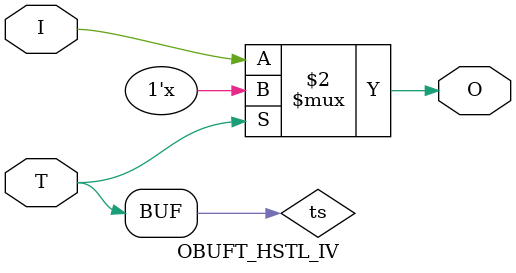
<source format=v>

/*

FUNCTION    : TRI-STATE OUTPUT BUFFER

*/

`celldefine
`timescale  100 ps / 10 ps

module OBUFT_HSTL_IV (O, I, T);

    output O;

    input  I, T;

    or O1 (ts, 1'b0, T);
    bufif0 T1 (O, I, ts);

endmodule

</source>
